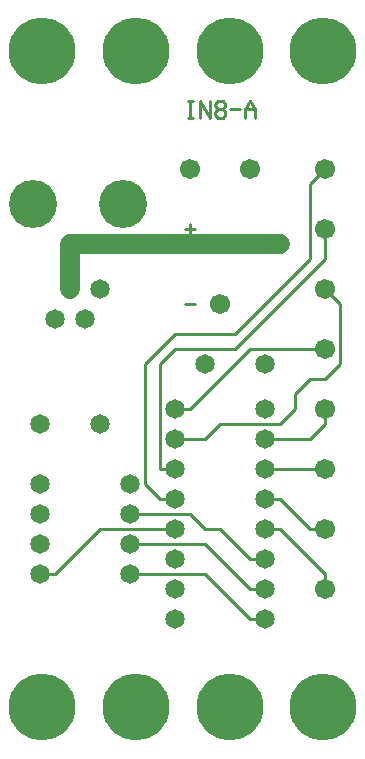
<source format=gtl>
%MOIN*%
%FSLAX25Y25*%
G04 D10 used for Character Trace; *
G04     Circle (OD=.01000) (No hole)*
G04 D11 used for Power Trace; *
G04     Circle (OD=.06700) (No hole)*
G04 D12 used for Signal Trace; *
G04     Circle (OD=.01100) (No hole)*
G04 D13 used for Via; *
G04     Circle (OD=.05800) (Round. Hole ID=.02800)*
G04 D14 used for Component hole; *
G04     Circle (OD=.06500) (Round. Hole ID=.03500)*
G04 D15 used for Component hole; *
G04     Circle (OD=.06700) (Round. Hole ID=.04300)*
G04 D16 used for Component hole; *
G04     Circle (OD=.08100) (Round. Hole ID=.05100)*
G04 D17 used for Component hole; *
G04     Circle (OD=.08900) (Round. Hole ID=.05900)*
G04 D18 used for Component hole; *
G04     Circle (OD=.11300) (Round. Hole ID=.08300)*
G04 D19 used for Component hole; *
G04     Circle (OD=.16000) (Round. Hole ID=.13000)*
G04 D20 used for Component hole; *
G04     Circle (OD=.18300) (Round. Hole ID=.15300)*
G04 D21 used for Component hole; *
G04     Circle (OD=.22291) (Round. Hole ID=.19291)*
%ADD10C,.01000*%
%ADD11C,.06700*%
%ADD12C,.01100*%
%ADD13C,.05800*%
%ADD14C,.06500*%
%ADD15C,.06700*%
%ADD16C,.08100*%
%ADD17C,.08900*%
%ADD18C,.11300*%
%ADD19C,.16000*%
%ADD20C,.18300*%
%ADD21C,.22291*%
%IPPOS*%
%LPD*%
G90*X0Y0D02*D21*X15625Y15625D03*X46875D03*D14*    
X45000Y60000D03*D12*X70000D01*X85000Y45000D01*    
X90000D01*D14*D03*Y55000D03*D12*X85000D01*        
X70000Y70000D01*X45000D01*D14*D03*D12*            
X20000Y60000D02*X35000Y75000D01*X15000Y60000D02*  
X20000D01*D14*X15000D03*Y70000D03*Y80000D03*D12*  
X35000Y75000D02*X60000D01*D14*D03*D12*X70000D02*  
X65000Y80000D01*X70000Y75000D02*X75000D01*        
X85000Y65000D01*X90000D01*D14*D03*D12*            
X110000Y60000D02*X95000Y75000D01*X110000Y55000D02*
Y60000D01*D15*Y55000D03*D14*X90000Y75000D03*D12*  
X95000D01*X105000D02*X110000D01*D15*D03*D12*      
X105000D02*X95000Y85000D01*X90000D01*D14*D03*     
Y95000D03*D12*X110000D01*D15*D03*D12*             
X90000Y105000D02*X105000D01*D14*X90000D03*D12*    
X75000Y110000D02*X95000D01*X70000Y105000D02*      
X75000Y110000D01*X60000Y105000D02*X70000D01*D14*  
X60000D03*D12*Y115000D02*X65000D01*D14*X60000D03* 
D12*X65000D02*X85000Y135000D01*X110000D01*D15*D03*
D12*Y125000D02*X115000Y130000D01*                 
X105000Y125000D02*X110000D01*X100000Y120000D02*   
X105000Y125000D01*X100000Y115000D02*Y120000D01*   
X95000Y110000D02*X100000Y115000D01*D14*X90000D03* 
D12*X105000Y105000D02*X110000Y110000D01*          
Y115000D01*D15*D03*D12*X115000Y130000D02*         
Y150000D01*X110000Y155000D01*D15*D03*D12*         
X80000Y135000D02*X110000Y165000D01*               
X60000Y135000D02*X80000D01*X55000Y130000D02*      
X60000Y135000D01*X55000Y95000D02*Y130000D01*      
Y95000D02*X60000D01*D14*D03*D12*X55000Y85000D02*  
X60000D01*D14*D03*D12*X45000Y80000D02*X65000D01*  
D14*X45000D03*D12*X55000Y85000D02*X50000Y90000D01*
Y130000D01*X60000Y140000D01*X80000D01*            
X105000Y165000D01*Y190000D01*X110000Y195000D01*   
D15*D03*Y175000D03*D12*Y165000D01*D13*            
X95000Y170000D03*D11*X75000D01*D15*D03*D11*       
X25000D01*Y155000D01*D14*D03*X20000Y145000D03*    
X35000Y155000D03*X30000Y145000D03*D19*            
X42500Y183500D03*X12500D03*D15*X65000Y195000D03*  
D10*X63326Y150000D02*X66674D01*X63326Y175000D02*  
X66674D01*X65000Y176914D02*Y173086D01*D14*        
X70000Y130000D03*X15000Y110000D03*X35000D03*D15*  
X75000Y150000D03*D10*X65000Y212129D02*Y217871D01* 
X64163Y212129D02*X65837D01*X64163Y217871D02*      
X65837D01*X68326Y212129D02*Y217871D01*            
X71674Y212129D01*Y217871D01*X74163Y215000D02*     
X73326Y215957D01*Y216914D01*X74163Y217871D01*     
X75837D01*X76674Y216914D01*Y215957D01*            
X75837Y215000D01*X74163D01*X73326Y214043D01*      
Y213086D01*X74163Y212129D01*X75837D01*            
X76674Y213086D01*Y214043D01*X75837Y215000D01*     
X78326D02*X81674D01*X83326Y212129D02*Y215000D01*  
X85000Y217871D01*X86674Y215000D01*Y212129D01*     
X83326Y215000D02*X86674D01*D15*X85000Y195000D03*  
D14*X90000Y130000D03*X15000Y90000D03*X45000D03*   
D21*X78125Y234375D03*X46875D03*X15625D03*         
X109375D03*D14*X60000Y65000D03*Y55000D03*         
Y45000D03*D21*X78125Y15625D03*X109375D03*M02*     

</source>
